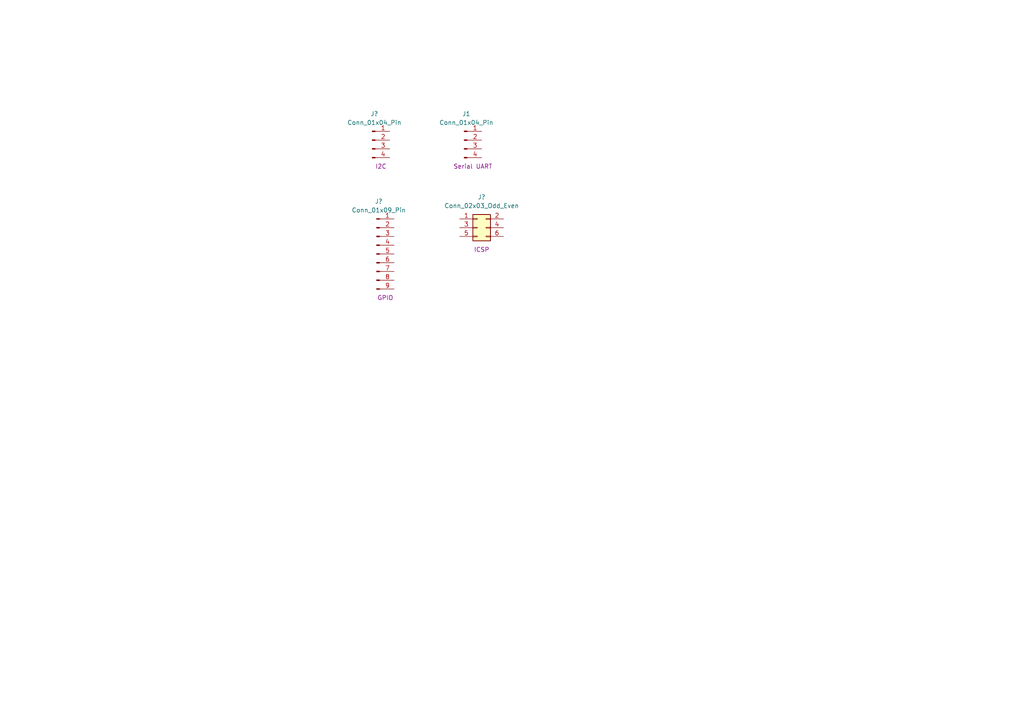
<source format=kicad_sch>
(kicad_sch (version 20250114) (generator "eeschema") (generator_version "9.0")
  (paper "A4")
  (title_block (title "${project_name}") (date "2025-05-21") (rev "1") (company "${author}"))
  (lib_symbols
    (symbol "Connector:Conn_01x04_Pin" (pin_names (offset 1.016) (hide yes))
      (property "Reference" "J" (at 0 5.08 0))
      (property "Value" "Conn_01x04_Pin" (at 0 -7.62 0))
      (symbol "Conn_01x04_Pin_1_1"
        (rectangle (start 0.8636 2.667) (end 0 2.413) (stroke (width 0.1524)) (fill (type outline)))
        (rectangle (start 0.8636 0.127) (end 0 -0.127) (stroke (width 0.1524)) (fill (type outline)))
        (rectangle (start 0.8636 -2.413) (end 0 -2.667) (stroke (width 0.1524)) (fill (type outline)))
        (rectangle (start 0.8636 -4.953) (end 0 -5.207) (stroke (width 0.1524)) (fill (type outline)))
        (polyline (pts (xy 1.27 2.54) (xy 0.8636 2.54)) (stroke (width 0.1524)))
        (polyline (pts (xy 1.27 0) (xy 0.8636 0)) (stroke (width 0.1524)))
        (polyline (pts (xy 1.27 -2.54) (xy 0.8636 -2.54)) (stroke (width 0.1524)))
        (polyline (pts (xy 1.27 -5.08) (xy 0.8636 -5.08)) (stroke (width 0.1524)))
        (pin passive line (at 5.08 2.54 180) (length 3.81) (name "Pin_1") (number "1"))
        (pin passive line (at 5.08 0 180) (length 3.81) (name "Pin_2") (number "2"))
        (pin passive line (at 5.08 -2.54 180) (length 3.81) (name "Pin_3") (number "3"))
        (pin passive line (at 5.08 -5.08 180) (length 3.81) (name "Pin_4") (number "4"))
      )
    )
    (symbol "Connector:Conn_01x09_Pin" (pin_names (offset 1.016) (hide yes))
      (property "Reference" "J" (at 0 12.7 0))
      (property "Value" "Conn_01x09_Pin" (at 0 -12.7 0))
      (symbol "Conn_01x09_Pin_1_1"
        (rectangle (start 0.8636 10.287) (end 0 10.033) (stroke (width 0.1524)) (fill (type outline)))
        (rectangle (start 0.8636 7.747) (end 0 7.493) (stroke (width 0.1524)) (fill (type outline)))
        (rectangle (start 0.8636 5.207) (end 0 4.953) (stroke (width 0.1524)) (fill (type outline)))
        (rectangle (start 0.8636 2.667) (end 0 2.413) (stroke (width 0.1524)) (fill (type outline)))
        (rectangle (start 0.8636 0.127) (end 0 -0.127) (stroke (width 0.1524)) (fill (type outline)))
        (rectangle (start 0.8636 -2.413) (end 0 -2.667) (stroke (width 0.1524)) (fill (type outline)))
        (rectangle (start 0.8636 -4.953) (end 0 -5.207) (stroke (width 0.1524)) (fill (type outline)))
        (rectangle (start 0.8636 -7.493) (end 0 -7.747) (stroke (width 0.1524)) (fill (type outline)))
        (rectangle (start 0.8636 -10.033) (end 0 -10.287) (stroke (width 0.1524)) (fill (type outline)))
        (polyline (pts (xy 1.27 10.16) (xy 0.8636 10.16)) (stroke (width 0.1524)))
        (polyline (pts (xy 1.27 7.62) (xy 0.8636 7.62)) (stroke (width 0.1524)))
        (polyline (pts (xy 1.27 5.08) (xy 0.8636 5.08)) (stroke (width 0.1524)))
        (polyline (pts (xy 1.27 2.54) (xy 0.8636 2.54)) (stroke (width 0.1524)))
        (polyline (pts (xy 1.27 0) (xy 0.8636 0)) (stroke (width 0.1524)))
        (polyline (pts (xy 1.27 -2.54) (xy 0.8636 -2.54)) (stroke (width 0.1524)))
        (polyline (pts (xy 1.27 -5.08) (xy 0.8636 -5.08)) (stroke (width 0.1524)))
        (polyline (pts (xy 1.27 -7.62) (xy 0.8636 -7.62)) (stroke (width 0.1524)))
        (polyline (pts (xy 1.27 -10.16) (xy 0.8636 -10.16)) (stroke (width 0.1524)))
        (pin passive line (at 5.08 10.16 180) (length 3.81) (name "Pin_1") (number "1"))
        (pin passive line (at 5.08 7.62 180) (length 3.81) (name "Pin_2") (number "2"))
        (pin passive line (at 5.08 5.08 180) (length 3.81) (name "Pin_3") (number "3"))
        (pin passive line (at 5.08 2.54 180) (length 3.81) (name "Pin_4") (number "4"))
        (pin passive line (at 5.08 0 180) (length 3.81) (name "Pin_5") (number "5"))
        (pin passive line (at 5.08 -2.54 180) (length 3.81) (name "Pin_6") (number "6"))
        (pin passive line (at 5.08 -5.08 180) (length 3.81) (name "Pin_7") (number "7"))
        (pin passive line (at 5.08 -7.62 180) (length 3.81) (name "Pin_8") (number "8"))
        (pin passive line (at 5.08 -10.16 180) (length 3.81) (name "Pin_9") (number "9"))
      )
    )
    (symbol "Connector_Generic:Conn_02x03_Odd_Even" (pin_names (offset 1.016) (hide yes))
      (property "Reference" "J" (at 1.27 5.08 0))
      (property "Value" "Conn_02x03_Odd_Even" (at 1.27 -5.08 0))
      (symbol "Conn_02x03_Odd_Even_1_1"
        (rectangle (start -1.27 3.81) (end 3.81 -3.81) (stroke (width 0.254)) (fill (type background)))
        (rectangle (start -1.27 2.667) (end 0 2.413) (stroke (width 0.1524)))
        (rectangle (start -1.27 0.127) (end 0 -0.127) (stroke (width 0.1524)))
        (rectangle (start -1.27 -2.413) (end 0 -2.667) (stroke (width 0.1524)))
        (rectangle (start 3.81 2.667) (end 2.54 2.413) (stroke (width 0.1524)))
        (rectangle (start 3.81 0.127) (end 2.54 -0.127) (stroke (width 0.1524)))
        (rectangle (start 3.81 -2.413) (end 2.54 -2.667) (stroke (width 0.1524)))
        (pin passive line (at -5.08 2.54 0) (length 3.81) (name "Pin_1") (number "1"))
        (pin passive line (at -5.08 0 0) (length 3.81) (name "Pin_3") (number "3"))
        (pin passive line (at -5.08 -2.54 0) (length 3.81) (name "Pin_5") (number "5"))
        (pin passive line (at 7.62 2.54 180) (length 3.81) (name "Pin_2") (number "2"))
        (pin passive line (at 7.62 0 180) (length 3.81) (name "Pin_4") (number "4"))
        (pin passive line (at 7.62 -2.54 180) (length 3.81) (name "Pin_6") (number "6"))
      )
    )
  )
  (symbol (lib_id "Connector_Generic:Conn_02x03_Odd_Even") (at 138.43 66.04 0) (unit 1)
    (property "Reference" "J?" (at 139.7 57.15 0))
    (property "Value" "Conn_02x03_Odd_Even" (at 139.7 59.69 0))
    (property "Description" "Generic connector, double row, 02x03, odd/even pin numbering scheme (row 1 odd numbers, row 2 even numbers), script generated (kicad-library-utils/schlib/autogen/connector/)" (effects (hide yes)))
    (property "Purpose" "ICSP" (at 139.7 72.39 0))
  )
  (symbol (lib_id "Connector:Conn_01x09_Pin") (at 109.22 73.66 0) (unit 1)
    (property "Reference" "J?" (at 109.855 58.42 0))
    (property "Value" "Conn_01x09_Pin" (at 109.855 60.96 0))
    (property "Description" "Generic connector, single row, 01x09, script generated" (effects (hide yes)))
    (property "Purpose" "GPIO" (at 111.76 86.36 0))
  )
  (symbol (lib_id "Connector:Conn_01x04_Pin") (at 134.62 40.64 0) (unit 1)
    (property "Reference" "J1" (at 135.255 33.02 0))
    (property "Value" "Conn_01x04_Pin" (at 135.255 35.56 0))
    (property "Description" "Generic connector, single row, 01x04, script generated" (effects (hide yes)))
    (property "Purpose" "Serial UART" (at 137.16 48.26 0))
  )
  (symbol (lib_id "Connector:Conn_01x04_Pin") (at 107.95 40.64 0) (unit 1)
    (property "Reference" "J?" (at 108.585 33.02 0))
    (property "Value" "Conn_01x04_Pin" (at 108.585 35.56 0))
    (property "Description" "Generic connector, single row, 01x04, script generated" (effects (hide yes)))
    (property "Purpose" "I2C" (at 110.49 48.26 0))
  )
)
</source>
